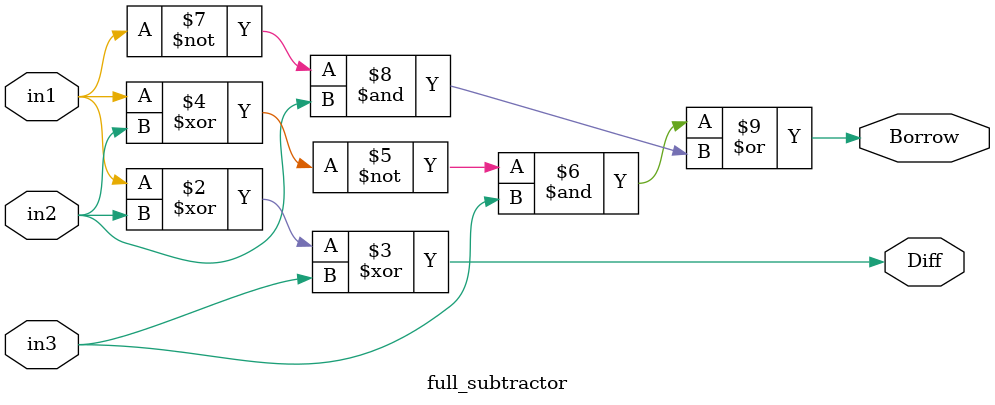
<source format=sv>
`timescale 1 ns / 1ns

module full_subtractor (
    input in1,
    in2,
    in3,
    output reg Diff,
    Borrow
);

    always @(in1, in2, in3) begin
        Diff = (in1 ^ in2) ^ in3;
        Borrow = (~(in1 ^ in2) & in3) | (~(in1) & in2);
    end

endmodule

</source>
